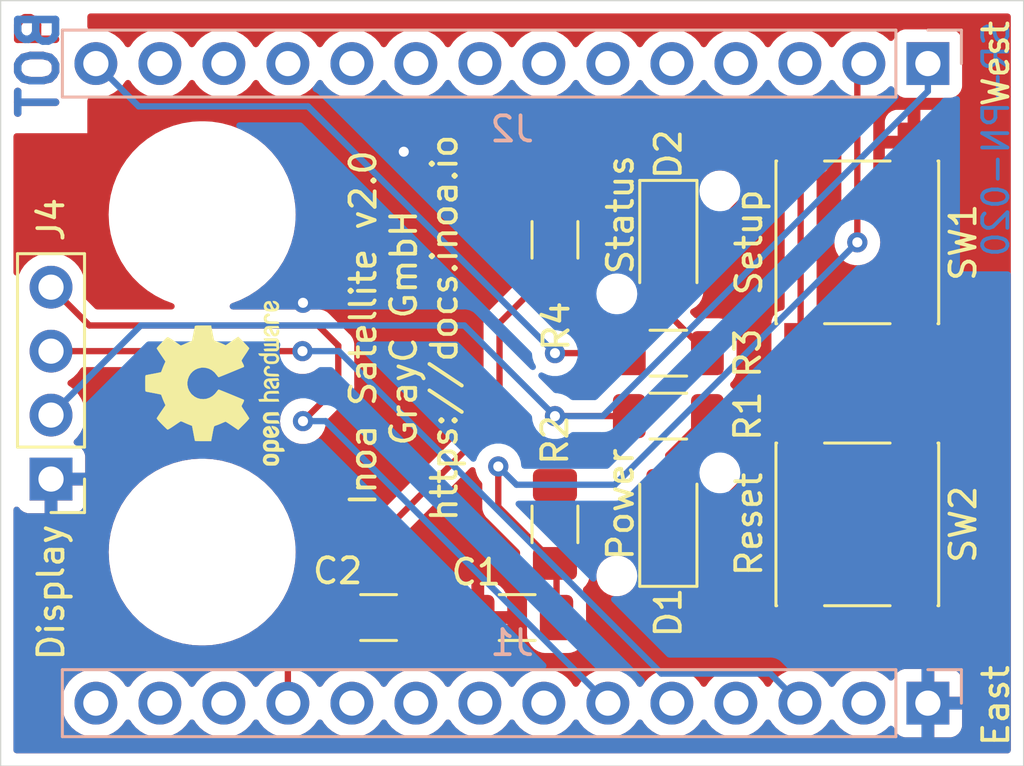
<source format=kicad_pcb>
(kicad_pcb (version 20211014) (generator pcbnew)
  (layers (0 "F.Cu" signal) (31 "B.Cu" signal) (34 "B.Paste" user) (35 "F.Paste" user) (36 "B.SilkS" user "B.Silkscreen") (37 "F.SilkS" user "F.Silkscreen") (38 "B.Mask" user) (39 "F.Mask" user) (44 "Edge.Cuts" user))
  (net 0 "")
  (net 20 "+3V3")
  (net 21 "GND")
  (net 22 "Net-(D1-Pad2)")
  (net 23 "Net-(D2-Pad2)")
  (net 24 "Panel_Setup")
  (net 25 "Panel_Status")
  (net 26 "Panel_Reset")
  (net 29 "I2C_SCL")
  (net 30 "I2C_SDA")
  (net 31 "Net-(R2-Pad2)")
  (net 32 "Net-(R4-Pad2)")
  (footprint "footprints:LED_1206_3216Metric_Pad1.42x1.75mm_HandSolder_With_Cover" (layer "F.Cu") (at 146.5 100.8 90)
    (fp_text reference "D1" (at -3.5 0 90) (layer "F.SilkS"))
    (fp_text value "Power" (at 0.8 -1.9 90) (layer "F.SilkS"))
    (fp_line (start -2.46 -1.135) (end -2.46 1.135) (layer "F.SilkS") (width 0.12))
    (fp_line (start -2.46 1.135) (end 1.6 1.135) (layer "F.SilkS") (width 0.12))
    (fp_line (start 1.6 -1.135) (end -2.46 -1.135) (layer "F.SilkS") (width 0.12))
    (pad "" np_thru_hole circle locked (at 2.045 2.045 90) (size 0.6 0.6) (drill 0.6) (layers *.Cu *.Mask))
    (pad "" np_thru_hole circle locked (at -2.045 -2.045 90) (size 0.6 0.6) (drill 0.6) (layers *.Cu *.Mask))
    (pad "1" smd roundrect locked (at -1.4875 0 90) (size 1.425 1.75) (layers "F.Cu" "F.Paste" "F.Mask") (roundrect_rratio 0.175439) (net 21 "GND"))
    (pad "2" smd roundrect locked (at 1.4875 0 90) (size 1.425 1.75) (layers "F.Cu" "F.Paste" "F.Mask") (roundrect_rratio 0.175439) (net 22 "Net-(D1-Pad2)"))
  )
  (footprint "Resistor_SMD:R_1206_3216Metric_Pad1.30x1.75mm_HandSolder" (layer "F.Cu") (at 146.5 96.5)
    (fp_text reference "R1" (at 3.15 0 90) (layer "F.SilkS"))
    (fp_text value "220R")
    (fp_line (start -0.727064 -0.91) (end 0.727064 -0.91) (layer "F.SilkS") (width 0.12))
    (fp_line (start -0.727064 0.91) (end 0.727064 0.91) (layer "F.SilkS") (width 0.12))
    (pad "1" smd roundrect locked (at -1.55 0) (size 1.3 1.75) (layers "F.Cu" "F.Paste" "F.Mask") (roundrect_rratio 0.192308) (net 20 "+3V3"))
    (pad "2" smd roundrect locked (at 1.55 0) (size 1.3 1.75) (layers "F.Cu" "F.Paste" "F.Mask") (roundrect_rratio 0.192308) (net 22 "Net-(D1-Pad2)"))
  )
  (footprint "Button_Switch_SMD:SW_SPST_PTS645" (layer "F.Cu") (at 154 89.6 -90)
    (fp_text reference "SW1" (at 0 -4.2 90) (layer "F.SilkS"))
    (fp_text value "Setup" (at 0 4.3 90) (layer "F.SilkS"))
    (fp_line (start 3.23 -3.23) (end 3.23 -3.2) (layer "F.SilkS") (width 0.12))
    (fp_line (start -3.23 3.23) (end 3.23 3.23) (layer "F.SilkS") (width 0.12))
    (fp_line (start 3.23 -1.3) (end 3.23 1.3) (layer "F.SilkS") (width 0.12))
    (fp_line (start -3.23 -1.3) (end -3.23 1.3) (layer "F.SilkS") (width 0.12))
    (fp_line (start 3.23 3.23) (end 3.23 3.2) (layer "F.SilkS") (width 0.12))
    (fp_line (start -3.23 3.23) (end -3.23 3.2) (layer "F.SilkS") (width 0.12))
    (fp_line (start -3.23 -3.23) (end 3.23 -3.23) (layer "F.SilkS") (width 0.12))
    (fp_line (start -3.23 -3.2) (end -3.23 -3.23) (layer "F.SilkS") (width 0.12))
    (pad "1" smd rect locked (at -3.98 -2.25 270) (size 1.55 1.3) (layers "F.Cu" "F.Paste" "F.Mask") (net 21 "GND"))
    (pad "1" smd rect locked (at 3.98 -2.25 270) (size 1.55 1.3) (layers "F.Cu" "F.Paste" "F.Mask") (net 21 "GND"))
    (pad "2" smd rect locked (at 3.98 2.25 270) (size 1.55 1.3) (layers "F.Cu" "F.Paste" "F.Mask") (net 32 "Net-(R4-Pad2)"))
    (pad "2" smd rect locked (at -3.98 2.25 270) (size 1.55 1.3) (layers "F.Cu" "F.Paste" "F.Mask") (net 32 "Net-(R4-Pad2)"))
  )
  (footprint "footprints:LED_1206_3216Metric_Pad1.42x1.75mm_HandSolder_With_Cover" (layer "F.Cu") (at 146.5 89.6 -90)
    (fp_text reference "D2" (at -3.5 0 90) (layer "F.SilkS"))
    (fp_text value "Status" (at -1.1 1.9 90) (layer "F.SilkS"))
    (fp_line (start 1.6 -1.135) (end -2.46 -1.135) (layer "F.SilkS") (width 0.12))
    (fp_line (start -2.46 1.135) (end 1.6 1.135) (layer "F.SilkS") (width 0.12))
    (fp_line (start -2.46 -1.135) (end -2.46 1.135) (layer "F.SilkS") (width 0.12))
    (pad "" np_thru_hole circle locked (at 2.045 2.045 270) (size 0.6 0.6) (drill 0.6) (layers *.Cu *.Mask))
    (pad "" np_thru_hole circle locked (at -2.045 -2.045 270) (size 0.6 0.6) (drill 0.6) (layers *.Cu *.Mask))
    (pad "1" smd roundrect locked (at -1.4875 0 270) (size 1.425 1.75) (layers "F.Cu" "F.Paste" "F.Mask") (roundrect_rratio 0.175439) (net 21 "GND"))
    (pad "2" smd roundrect locked (at 1.4875 0 270) (size 1.425 1.75) (layers "F.Cu" "F.Paste" "F.Mask") (roundrect_rratio 0.175439) (net 23 "Net-(D2-Pad2)"))
  )
  (footprint "MountingHole:MountingHole_6.4mm_M6" (layer "F.Cu") (at 128 88.5)
    (fp_text reference "H1" hide)
    (fp_text value "Wifi")
    (pad "" np_thru_hole circle locked (at 0 0) (size 6.4 6.4) (drill 6.4) (layers *.Cu *.Mask))
  )
  (footprint "Resistor_SMD:R_1206_3216Metric_Pad1.30x1.75mm_HandSolder" (layer "F.Cu") (at 146.5 94)
    (fp_text reference "R3" (at 3.15 0 270) (layer "F.SilkS"))
    (fp_text value "220R")
    (fp_line (start -0.727064 -0.91) (end 0.727064 -0.91) (layer "F.SilkS") (width 0.12))
    (fp_line (start -0.727064 0.91) (end 0.727064 0.91) (layer "F.SilkS") (width 0.12))
    (pad "1" smd roundrect locked (at -1.55 0) (size 1.3 1.75) (layers "F.Cu" "F.Paste" "F.Mask") (roundrect_rratio 0.192308) (net 25 "Panel_Status"))
    (pad "2" smd roundrect locked (at 1.55 0) (size 1.3 1.75) (layers "F.Cu" "F.Paste" "F.Mask") (roundrect_rratio 0.192308) (net 23 "Net-(D2-Pad2)"))
  )
  (footprint "Connector_PinHeader_2.54mm:PinHeader_1x04_P2.54mm_Vertical" (layer "F.Cu") (at 122 99 180)
    (fp_text reference "J4" (at 0 10.3 90) (layer "F.SilkS"))
    (fp_text value "Display" (at 0 -4.5 90) (layer "F.SilkS"))
    (fp_line (start -1.33 0) (end -1.33 -1.33) (layer "F.SilkS") (width 0.12))
    (fp_line (start -1.33 1.27) (end 1.33 1.27) (layer "F.SilkS") (width 0.12))
    (fp_line (start -1.33 -1.33) (end 0 -1.33) (layer "F.SilkS") (width 0.12))
    (fp_line (start -1.33 8.95) (end 1.33 8.95) (layer "F.SilkS") (width 0.12))
    (fp_line (start -1.33 1.27) (end -1.33 8.95) (layer "F.SilkS") (width 0.12))
    (fp_line (start 1.33 1.27) (end 1.33 8.95) (layer "F.SilkS") (width 0.12))
    (pad "1" thru_hole rect locked (at 0 0 180) (size 1.7 1.7) (drill 1) (layers *.Cu *.Mask) (net 21 "GND"))
    (pad "2" thru_hole oval locked (at 0 2.54 180) (size 1.7 1.7) (drill 1) (layers *.Cu *.Mask) (net 20 "+3V3"))
    (pad "3" thru_hole oval locked (at 0 5.08 180) (size 1.7 1.7) (drill 1) (layers *.Cu *.Mask) (net 29 "I2C_SCL"))
    (pad "4" thru_hole oval locked (at 0 7.62 180) (size 1.7 1.7) (drill 1) (layers *.Cu *.Mask) (net 30 "I2C_SDA"))
  )
  (footprint "Capacitor_SMD:C_1206_3216Metric_Pad1.33x1.80mm_HandSolder" (layer "F.Cu") (at 140.5 104.5 180)
    (fp_text reference "C1" (at 1.625 1.8) (layer "F.SilkS"))
    (fp_text value "2u2")
    (fp_line (start -0.711252 0.91) (end 0.711252 0.91) (layer "F.SilkS") (width 0.12))
    (fp_line (start -0.711252 -0.91) (end 0.711252 -0.91) (layer "F.SilkS") (width 0.12))
    (pad "1" smd roundrect locked (at -1.5625 0 180) (size 1.325 1.8) (layers "F.Cu" "F.Paste" "F.Mask") (roundrect_rratio 0.188679) (net 26 "Panel_Reset"))
    (pad "2" smd roundrect locked (at 1.5625 0 180) (size 1.325 1.8) (layers "F.Cu" "F.Paste" "F.Mask") (roundrect_rratio 0.188679) (net 21 "GND"))
  )
  (footprint "Capacitor_SMD:C_1206_3216Metric_Pad1.33x1.80mm_HandSolder" (layer "F.Cu") (at 135 104.5)
    (fp_text reference "C2" (at -1.625 -1.85) (layer "F.SilkS"))
    (fp_text value "0u1")
    (fp_line (start -0.711252 -0.91) (end 0.711252 -0.91) (layer "F.SilkS") (width 0.12))
    (fp_line (start -0.711252 0.91) (end 0.711252 0.91) (layer "F.SilkS") (width 0.12))
    (pad "1" smd roundrect locked (at -1.5625 0) (size 1.325 1.8) (layers "F.Cu" "F.Paste" "F.Mask") (roundrect_rratio 0.188679) (net 24 "Panel_Setup"))
    (pad "2" smd roundrect locked (at 1.5625 0) (size 1.325 1.8) (layers "F.Cu" "F.Paste" "F.Mask") (roundrect_rratio 0.188679) (net 21 "GND"))
  )
  (footprint "MountingHole:MountingHole_6.4mm_M6" (layer "F.Cu") (at 128 101.9)
    (fp_text reference "H2" hide)
    (fp_text value "LoRa")
    (pad "" np_thru_hole circle locked (at 0 0) (size 6.4 6.4) (drill 6.4) (layers *.Cu *.Mask))
  )
  (footprint "Symbol:OSHW-Logo2_7.3x6mm_SilkScreen" (layer "F.Cu") (at 128.5 95.2 90)
    (fp_text reference "G2" hide)
    (fp_text value "Logo_Open_Hardware_Small" hide)
    (fp_poly (pts (xy 2.144876 1.956335) (xy 2.186667 1.975344) (xy 2.219469 1.998378) (xy 2.243503 2.024133) (xy 2.260097 2.057358) (xy 2.270577 2.1028) (xy 2.276271 2.165207) (xy 2.278507 2.249327) (xy 2.278743 2.304721) (xy 2.278743 2.520826) (xy 2.241774 2.53767) (xy 2.212656 2.549981) (xy 2.198231 2.554514) (xy 2.195472 2.541025) (xy 2.193282 2.504653) (xy 2.191942 2.451542) (xy 2.191657 2.409372) (xy 2.190434 2.348447) (xy 2.187136 2.300115) (xy 2.182321 2.270518) (xy 2.178496 2.264229) (xy 2.152783 2.270652) (xy 2.112418 2.287125) (xy 2.065679 2.309458) (xy 2.020845 2.333457) (xy 1.986193 2.35493) (xy 1.970002 2.369685) (xy 1.969938 2.369845) (xy 1.97133 2.397152) (xy 1.983818 2.423219) (xy 2.005743 2.444392) (xy 2.037743 2.451474) (xy 2.065092 2.450649) (xy 2.103826 2.450042) (xy 2.124158 2.459116) (xy 2.136369 2.483092) (xy 2.137909 2.487613) (xy 2.143203 2.521806) (xy 2.129047 2.542568) (xy 2.092148 2.552462) (xy 2.052289 2.554292) (xy 1.980562 2.540727) (xy 1.943432 2.521355) (xy 1.897576 2.475845) (xy 1.873256 2.419983) (xy 1.871073 2.360957) (xy 1.891629 2.305953) (xy 1.922549 2.271486) (xy 1.95342 2.252189) (xy 2.001942 2.227759) (xy 2.058485 2.202985) (xy 2.06791 2.199199) (xy 2.130019 2.171791) (xy 2.165822 2.147634) (xy 2.177337 2.123619) (xy 2.16658 2.096635) (xy 2.148114 2.075543) (xy 2.104469 2.049572) (xy 2.056446 2.047624) (xy 2.012406 2.067637) (xy 1.980709 2.107551) (xy 1.976549 2.117848) (xy 1.952327 2.155724) (xy 1.916965 2.183842) (xy 1.872343 2.206917) (xy 1.872343 2.141485) (xy 1.874969 2.101506) (xy 1.88623 2.069997) (xy 1.911199 2.036378) (xy 1.935169 2.010484) (xy 1.972441 1.973817) (xy 2.001401 1.954121) (xy 2.032505 1.94622) (xy 2.067713 1.944914) (xy 2.144876 1.956335)) (layer "F.SilkS") (width 0.01) (fill solid))
    (fp_poly (pts (xy -1.831697 1.931239) (xy -1.774473 1.969735) (xy -1.730251 2.025335) (xy -1.703833 2.096086) (xy -1.69849 2.148162) (xy -1.699097 2.169893) (xy -1.704178 2.186531) (xy -1.718145 2.201437) (xy -1.745411 2.217973) (xy -1.790388 2.239498) (xy -1.857489 2.269374) (xy -1.857829 2.269524) (xy -1.919593 2.297813) (xy -1.970241 2.322933) (xy -2.004596 2.342179) (xy -2.017482 2.352848) (xy -2.017486 2.352934) (xy -2.006128 2.376166) (xy -1.979569 2.401774) (xy -1.949077 2.420221) (xy -1.93363 2.423886) (xy -1.891485 2.411212) (xy -1.855192 2.379471) (xy -1.837483 2.344572) (xy -1.820448 2.318845) (xy -1.787078 2.289546) (xy -1.747851 2.264235) (xy -1.713244 2.250471) (xy -1.706007 2.249714) (xy -1.697861 2.26216) (xy -1.69737 2.293972) (xy -1.703357 2.336866) (xy -1.714643 2.382558) (xy -1.73005 2.422761) (xy -1.730829 2.424322) (xy -1.777196 2.489062) (xy -1.837289 2.533097) (xy -1.905535 2.554711) (xy -1.976362 2.552185) (xy -2.044196 2.523804) (xy -2.047212 2.521808) (xy -2.100573 2.473448) (xy -2.13566 2.410352) (xy -2.155078 2.327387) (xy -2.157684 2.304078) (xy -2.162299 2.194055) (xy -2.156767 2.142748) (xy -2.017486 2.142748) (xy -2.015676 2.174753) (xy -2.005778 2.184093) (xy -1.981102 2.177105) (xy -1.942205 2.160587) (xy -1.898725 2.139881) (xy -1.897644 2.139333) (xy -1.860791 2.119949) (xy -1.846 2.107013) (xy -1.849647 2.093451) (xy -1.865005 2.075632) (xy -1.904077 2.049845) (xy -1.946154 2.04795) (xy -1.983897 2.066717) (xy -2.009966 2.102915) (xy -2.017486 2.142748) (xy -2.156767 2.142748) (xy -2.152806 2.106027) (xy -2.12845 2.036212) (xy -2.094544 1.987302) (xy -2.033347 1.937878) (xy -1.965937 1.913359) (xy -1.89712 1.911797) (xy -1.831697 1.931239)) (layer "F.SilkS") (width 0.01) (fill solid))
    (fp_poly (pts (xy 3.153595 1.966966) (xy 3.211021 2.004497) (xy 3.238719 2.038096) (xy 3.260662 2.099064) (xy 3.262405 2.147308) (xy 3.258457 2.211816) (xy 3.109686 2.276934) (xy 3.037349 2.310202) (xy 2.990084 2.336964) (xy 2.965507 2.360144) (xy 2.961237 2.382667) (xy 2.974889 2.407455) (xy 2.989943 2.423886) (xy 3.033746 2.450235) (xy 3.081389 2.452081) (xy 3.125145 2.431546) (xy 3.157289 2.390752) (xy 3.163038 2.376347) (xy 3.190576 2.331356) (xy 3.222258 2.312182) (xy 3.265714 2.295779) (xy 3.265714 2.357966) (xy 3.261872 2.400283) (xy 3.246823 2.435969) (xy 3.21528 2.476943) (xy 3.210592 2.482267) (xy 3.175506 2.51872) (xy 3.145347 2.538283) (xy 3.107615 2.547283) (xy 3.076335 2.55023) (xy 3.020385 2.550965) (xy 2.980555 2.54166) (xy 2.955708 2.527846) (xy 2.916656 2.497467) (xy 2.889625 2.464613) (xy 2.872517 2.423294) (xy 2.863238 2.367521) (xy 2.859693 2.291305) (xy 2.85941 2.252622) (xy 2.860372 2.206247) (xy 2.948007 2.206247) (xy 2.949023 2.231126) (xy 2.951556 2.2352) (xy 2.968274 2.229665) (xy 3.004249 2.215017) (xy 3.052331 2.19419) (xy 3.062386 2.189714) (xy 3.123152 2.158814) (xy 3.156632 2.131657) (xy 3.16399 2.10622) (xy 3.146391 2.080481) (xy 3.131856 2.069109) (xy 3.07941 2.046364) (xy 3.030322 2.050122) (xy 2.989227 2.077884) (xy 2.960758 2.127152) (xy 2.951631 2.166257) (xy 2.948007 2.206247) (xy 2.860372 2.206247) (xy 2.861285 2.162249) (xy 2.868196 2.095384) (xy 2.881884 2.046695) (xy 2.904096 2.010849) (xy 2.936574 1.982513) (xy 2.950733 1.973355) (xy 3.015053 1.949507) (xy 3.085473 1.948006) (xy 3.153595 1.966966)) (layer "F.SilkS") (width 0.01) (fill solid))
    (fp_poly (pts (xy 0.529926 1.949755) (xy 0.595858 1.974084) (xy 0.649273 2.017117) (xy 0.670164 2.047409) (xy 0.692939 2.102994) (xy 0.692466 2.143186) (xy 0.668562 2.170217) (xy 0.659717 2.174813) (xy 0.62153 2.189144) (xy 0.602028 2.185472) (xy 0.595422 2.161407) (xy 0.595086 2.148114) (xy 0.582992 2.09921) (xy 0.551471 2.064999) (xy 0.507659 2.048476) (xy 0.458695 2.052634) (xy 0.418894 2.074227) (xy 0.40545 2.086544) (xy 0.395921 2.101487) (xy 0.389485 2.124075) (xy 0.385317 2.159328) (xy 0.382597 2.212266) (xy 0.380502 2.287907) (xy 0.37996 2.311857) (xy 0.377981 2.39379) (xy 0.375731 2.451455) (xy 0.372357 2.489608) (xy 0.367006 2.513004) (xy 0.358824 2.526398) (xy 0.346959 2.534545) (xy 0.339362 2.538144) (xy 0.307102 2.550452) (xy 0.288111 2.554514) (xy 0.281836 2.540948) (xy 0.278006 2.499934) (xy 0.2766 2.430999) (xy 0.277598 2.333669) (xy 0.277908 2.318657) (xy 0.280101 2.229859) (xy 0.282693 2.165019) (xy 0.286382 2.119067) (xy 0.291864 2.086935) (xy 0.299835 2.063553) (xy 0.310993 2.043852) (xy 0.31683 2.03541) (xy 0.350296 1.998057) (xy 0.387727 1.969003) (xy 0.392309 1.966467) (xy 0.459426 1.946443) (xy 0.529926 1.949755)) (layer "F.SilkS") (width 0.01) (fill solid))
    (fp_poly (pts (xy 0.10391 -2.757652) (xy 0.182454 -2.757222) (xy 0.239298 -2.756058) (xy 0.278105 -2.753793) (xy 0.302538 -2.75006) (xy 0.316262 -2.744494) (xy 0.32294 -2.736727) (xy 0.326236 -2.726395) (xy 0.326556 -2.725057) (xy 0.331562 -2.700921) (xy 0.340829 -2.653299) (xy 0.353392 -2.587259) (xy 0.368287 -2.507872) (xy 0.384551 -2.420204) (xy 0.385119 -2.417125) (xy 0.40141 -2.331211) (xy 0.416652 -2.255304) (xy 0.429861 -2.193955) (xy 0.440054 -2.151718) (xy 0.446248 -2.133145) (xy 0.446543 -2.132816) (xy 0.464788 -2.123747) (xy 0.502405 -2.108633) (xy 0.551271 -2.090738) (xy 0.551543 -2.090642) (xy 0.613093 -2.067507) (xy 0.685657 -2.038035) (xy 0.754057 -2.008403) (xy 0.757294 -2.006938) (xy 0.868702 -1.956374) (xy 1.115399 -2.12484) (xy 1.191077 -2.176197) (xy 1.259631 -2.222111) (xy 1.317088 -2.25997) (xy 1.359476 -2.287163) (xy 1.382825 -2.301079) (xy 1.385042 -2.302111) (xy 1.40201 -2.297516) (xy 1.433701 -2.275345) (xy 1.481352 -2.234553) (xy 1.546198 -2.174095) (xy 1.612397 -2.109773) (xy 1.676214 -2.046388) (xy 1.733329 -1.988549) (xy 1.780305 -1.939825) (xy 1.813703 -1.90379) (xy 1.830085 -1.884016) (xy 1.830694 -1.882998) (xy 1.832505 -1.869428) (xy 1.825683 -1.847267) (xy 1.80854 -1.813522) (xy 1.779393 -1.7652) (xy 1.736555 -1.699308) (xy 1.679448 -1.614483) (xy 1.628766 -1.539823) (xy 1.583461 -1.47286) (xy 1.54615 -1.417484) (xy 1.519452 -1.37758) (xy 1.505985 -1.357038) (xy 1.505137 -1.355644) (xy 1.506781 -1.335962) (xy 1.519245 -1.297707) (xy 1.540048 -1.248111) (xy 1.547462 -1.232272) (xy 1.579814 -1.16171) (xy 1.614328 -1.081647) (xy 1.642365 -1.012371) (xy 1.662568 -0.960955) (xy 1.678615 -0.921881) (xy 1.687888 -0.901459) (xy 1.689041 -0.899886) (xy 1.706096 -0.897279) (xy 1.746298 -0.890137) (xy 1.804302 -0.879477) (xy 1.874763 -0.866315) (xy 1.952335 -0.851667) (xy 2.031672 -0.836551) (xy 2.107431 -0.821982) (xy 2.174264 -0.808978) (xy 2.226828 -0.798555) (xy 2.259776 -0.79173) (xy 2.267857 -0.789801) (xy 2.276205 -0.785038) (xy 2.282506 -0.774282) (xy 2.287045 -0.753902) (xy 2.290104 -0.720266) (xy 2.291967 -0.669745) (xy 2.292918 -0.598708) (xy 2.29324 -0.503524) (xy 2.293257 -0.464508) (xy 2.293257 -0.147201) (xy 2.217057 -0.132161) (xy 2.174663 -0.124005) (xy 2.1114 -0.112101) (xy 2.034962 -0.097884) (xy 1.953043 -0.08279) (xy 1.9304 -0.078645) (xy 1.854806 -0.063947) (xy 1.788953 -0.049495) (xy 1.738366 -0.036625) (xy 1.708574 -0.026678) (xy 1.703612 -0.023713) (xy 1.691426 -0.002717) (xy 1.673953 0.037967) (xy 1.654577 0.090322) (xy 1.650734 0.1016) (xy 1.625339 0.171523) (xy 1.593817 0.250418) (xy 1.562969 0.321266) (xy 1.562817 0.321595) (xy 1.511447 0.432733) (xy 1.680399 0.681253) (xy 1.849352 0.929772) (xy 1.632429 1.147058) (xy 1.566819 1.211726) (xy 1.506979 1.268733) (xy 1.456267 1.315033) (xy 1.418046 1.347584) (xy 1.395675 1.363343) (xy 1.392466 1.364343) (xy 1.373626 1.356469) (xy 1.33518 1.334578) (xy 1.28133 1.301267) (xy 1.216276 1.259131) (xy 1.14594 1.211943) (xy 1.074555 1.16381) (xy 1.010908 1.121928) (xy 0.959041 1.088871) (xy 0.922995 1.067218) (xy 0.906867 1.059543) (xy 0.887189 1.066037) (xy 0.849875 1.08315) (xy 0.802621 1.107326) (xy 0.797612 1.110013) (xy 0.733977 1.141927) (xy 0.690341 1.157579) (xy 0.663202 1.157745) (xy 0.649057 1.143204) (xy 0.648975 1.143) (xy 0.641905 1.125779) (xy 0.625042 1.084899) (xy 0.599695 1.023525) (xy 0.567171 0.944819) (xy 0.528778 0.851947) (xy 0.485822 0.748072) (xy 0.444222 0.647502) (xy 0.398504 0.536516) (xy 0.356526 0.433703) (xy 0.319548 0.342215) (xy 0.288827 0.265201) (xy 0.265622 0.205815) (xy 0.25119 0.167209) (xy 0.246743 0.1528) (xy 0.257896 0.136272) (xy 0.287069 0.10993) (xy 0.325971 0.080887) (xy 0.436757 -0.010961) (xy 0.523351 -0.116241) (xy 0.584716 -0.232734) (xy 0.619815 -0.358224) (xy 0.627608 -0.490493) (xy 0.621943 -0.551543) (xy 0.591078 -0.678205) (xy 0.53792 -0.790059) (xy 0.465767 -0.885999) (xy 0.377917 -0.964924) (xy 0.277665 -1.02573) (xy 0.16831 -1.067313) (xy 0.053147 -1.088572) (xy -0.064525 -1.088401) (xy -0.18141 -1.065699) (xy -0.294211 -1.019362) (xy -0.399631 -0.948287) (xy -0.443632 -0.908089) (xy -0.528021 -0.804871) (xy -0.586778 -0.692075) (xy -0.620296 -0.57299) (xy -0.628965 -0.450905) (xy -0.613177 -0.329107) (xy -0.573322 -0.210884) (xy -0.509793 -0.099525) (xy -0.422979 0.001684) (xy -0.325971 0.080887) (xy -0.285563 0.111162) (xy -0.257018 0.137219) (xy -0.246743 0.152825) (xy -0.252123 0.169843) (xy -0.267425 0.2105) (xy -0.291388 0.271642) (xy -0.322756 0.350119) (xy -0.360268 0.44278) (xy -0.402667 0.546472) (xy -0.444337 0.647526) (xy -0.49031 0.758607) (xy -0.532893 0.861541) (xy -0.570779 0.953165) (xy -0.60266 1.030316) (xy -0.627229 1.089831) (xy -0.64318 1.128544) (xy -0.64909 1.143) (xy -0.663052 1.157685) (xy -0.69006 1.157642) (xy -0.733587 1.142099) (xy -0.79711 1.110284) (xy -0.797612 1.110013) (xy -0.84544 1.085323) (xy -0.884103 1.067338) (xy -0.905905 1.059614) (xy -0.906867 1.059543) (xy -0.923279 1.067378) (xy -0.959513 1.089165) (xy -1.011526 1.122328) (xy -1.075275 1.164291) (xy -1.14594 1.211943) (xy -1.217884 1.260191) (xy -1.282726 1.302151) (xy -1.336265 1.335227) (xy -1.374303 1.356821) (xy -1.392467 1.364343) (xy -1.409192 1.354457) (xy -1.44282 1.326826) (xy -1.48999 1.284495) (xy -1.547342 1.230505) (xy -1.611516 1.167899) (xy -1.632503 1.146983) (xy -1.849501 0.929623) (xy -1.684332 0.68722) (xy -1.634136 0.612781) (xy -1.590081 0.545972) (xy -1.554638 0.490665) (xy -1.530281 0.450729) (xy -1.519478 0.430036) (xy -1.519162 0.428563) (xy -1.524857 0.409058) (xy -1.540174 0.369822) (xy -1.562463 0.31743) (xy -1.578107 0.282355) (xy -1.607359 0.215201) (xy -1.634906 0.147358) (xy -1.656263 0.090034) (xy -1.662065 0.072572) (xy -1.678548 0.025938) (xy -1.69466 -0.010095) (xy -1.70351 -0.023713) (xy -1.72304 -0.032048) (xy -1.765666 -0.043863) (xy -1.825855 -0.057819) (xy -1.898078 -0.072578) (xy -1.9304 -0.078645) (xy -2.012478 -0.093727) (xy -2.091205 -0.108331) (xy -2.158891 -0.12102) (xy -2.20784 -0.130358) (xy -2.217057 -0.132161) (xy -2.293257 -0.147201) (xy -2.293257 -0.464508) (xy -2.293086 -0.568846) (xy -2.292384 -0.647787) (xy -2.290866 -0.704962) (xy -2.288251 -0.744001) (xy -2.284254 -0.768535) (xy -2.278591 -0.782195) (xy -2.27098 -0.788611) (xy -2.267857 -0.789801) (xy -2.249022 -0.79402) (xy -2.207412 -0.802438) (xy -2.14837 -0.814039) (xy -2.077243 -0.827805) (xy -1.999375 -0.84272) (xy -1.920113 -0.857768) (xy -1.844802 -0.871931) (xy -1.778787 -0.884194) (xy -1.727413 -0.893539) (xy -1.696025 -0.89895) (xy -1.689041 -0.899886) (xy -1.682715 -0.912404) (xy -1.66871 -0.945754) (xy -1.649645 -0.993623) (xy -1.642366 -1.012371) (xy -1.613004 -1.084805) (xy -1.578429 -1.16483) (xy -1.547463 -1.232272) (xy -1.524677 -1.283841) (xy -1.509518 -1.326215) (xy -1.504458 -1.352166) (xy -1.505264 -1.355644) (xy -1.515959 -1.372064) (xy -1.54038 -1.408583) (xy -1.575905 -1.461313) (xy -1.619913 -1.526365) (xy -1.669783 -1.599849) (xy -1.679644 -1.614355) (xy -1.737508 -1.700296) (xy -1.780044 -1.765739) (xy -1.808946 -1.813696) (xy -1.82591 -1.84718) (xy -1.832633 -1.869205) (xy -1.83081 -1.882783) (xy -1.830764 -1.882869) (xy -1.816414 -1.900703) (xy -1.784677 -1.935183) (xy -1.73899 -1.982732) (xy -1.682796 -2.039778) (xy -1.619532 -2.102745) (xy -1.612398 -2.109773) (xy -1.53267 -2.18698) (xy -1.471143 -2.24367) (xy -1.426579 -2.28089) (xy -1.397743 -2.299685) (xy -1.385042 -2.302111) (xy -1.366506 -2.291529) (xy -1.328039 -2.267084) (xy -1.273614 -2.231388) (xy -1.207202 -2.187053) (xy -1.132775 -2.136689) (xy -1.115399 -2.12484) (xy -0.868703 -1.956374) (xy -0.757294 -2.006938) (xy -0.689543 -2.036405) (xy -0.616817 -2.066041) (xy -0.554297 -2.08967) (xy -0.551543 -2.090642) (xy -0.50264 -2.108543) (xy -0.464943 -2.12368) (xy -0.446575 -2.13279) (xy -0.446544 -2.132816) (xy -0.440715 -2.149283) (xy -0.430808 -2.189781) (xy -0.417805 -2.249758) (xy -0.402691 -2.32466) (xy -0.386448 -2.409936) (xy -0.385119 -2.417125) (xy -0.368825 -2.504986) (xy -0.353867 -2.58474) (xy -0.341209 -2.651319) (xy -0.331814 -2.699653) (xy -0.326646 -2.724675) (xy -0.326556 -2.725057) (xy -0.323411 -2.735701) (xy -0.317296 -2.743738) (xy -0.304547 -2.749533) (xy -0.2815 -2.753453) (xy -0.244491 -2.755865) (xy -0.189856 -2.757135) (xy -0.113933 -2.757629) (xy -0.013056 -2.757714) (xy 0 -2.757714) (xy 0.10391 -2.757652)) (layer "F.SilkS") (width 0.01) (fill solid))
    (fp_poly (pts (xy -1.283907 1.92778) (xy -1.237328 1.954723) (xy -1.204943 1.981466) (xy -1.181258 2.009484) (xy -1.164941 2.043748) (xy -1.154661 2.089227) (xy -1.149086 2.150892) (xy -1.146884 2.233711) (xy -1.146629 2.293246) (xy -1.146629 2.512391) (xy -1.208314 2.540044) (xy -1.27 2.567697) (xy -1.277257 2.32767) (xy -1.280256 2.238028) (xy -1.283402 2.172962) (xy -1.287299 2.128026) (xy -1.292553 2.09877) (xy -1.299769 2.080748) (xy -1.30955 2.069511) (xy -1.312688 2.067079) (xy -1.360239 2.048083) (xy -1.408303 2.0556) (xy -1.436914 2.075543) (xy -1.448553 2.089675) (xy -1.456609 2.10822) (xy -1.461729 2.136334) (xy -1.464559 2.179173) (xy -1.465744 2.241895) (xy -1.465943 2.307261) (xy -1.465982 2.389268) (xy -1.467386 2.447316) (xy -1.472086 2.486465) (xy -1.482013 2.51178) (xy -1.499097 2.528323) (xy -1.525268 2.541156) (xy -1.560225 2.554491) (xy -1.598404 2.569007) (xy -1.593859 2.311389) (xy -1.592029 2.218519) (xy -1.589888 2.149889) (xy -1.586819 2.100711) (xy -1.582206 2.066198) (xy -1.575432 2.041562) (xy -1.565881 2.022016) (xy -1.554366 2.00477) (xy -1.49881 1.94968) (xy -1.43102 1.917822) (xy -1.357287 1.910191) (xy -1.283907 1.92778)) (layer "F.SilkS") (width 0.01) (fill solid))
    (fp_poly (pts (xy -2.958885 1.921962) (xy -2.890855 1.957733) (xy -2.840649 2.015301) (xy -2.822815 2.052312) (xy -2.808937 2.107882) (xy -2.801833 2.178096) (xy -2.80116 2.254727) (xy -2.806573 2.329552) (xy -2.81773 2.394342) (xy -2.834286 2.440873) (xy -2.839374 2.448887) (xy -2.899645 2.508707) (xy -2.971231 2.544535) (xy -3.048908 2.55502) (xy -3.127452 2.53881) (xy -3.149311 2.529092) (xy -3.191878 2.499143) (xy -3.229237 2.459433) (xy -3.232768 2.454397) (xy -3.247119 2.430124) (xy -3.256606 2.404178) (xy -3.26221 2.370022) (xy -3.264914 2.321119) (xy -3.265701 2.250935) (xy -3.265714 2.2352) (xy -3.265678 2.230192) (xy -3.120571 2.230192) (xy -3.119727 2.29643) (xy -3.116404 2.340386) (xy -3.109417 2.368779) (xy -3.097584 2.388325) (xy -3.091543 2.394857) (xy -3.056814 2.41968) (xy -3.023097 2.418548) (xy -2.989005 2.397016) (xy -2.968671 2.374029) (xy -2.956629 2.340478) (xy -2.949866 2.287569) (xy -2.949402 2.281399) (xy -2.948248 2.185513) (xy -2.960312 2.114299) (xy -2.98543 2.068194) (xy -3.02344 2.047635) (xy -3.037008 2.046514) (xy -3.072636 2.052152) (xy -3.097006 2.071686) (xy -3.111907 2.109042) (xy -3.119125 2.16815) (xy -3.120571 2.230192) (xy -3.265678 2.230192) (xy -3.265174 2.160413) (xy -3.262904 2.108159) (xy -3.257932 2.071949) (xy -3.249287 2.045299) (xy -3.235995 2.021722) (xy -3.233057 2.017338) (xy -3.183687 1.958249) (xy -3.129891 1.923947) (xy -3.064398 1.910331) (xy -3.042158 1.909665) (xy -2.958885 1.921962)) (layer "F.SilkS") (width 0.01) (fill solid))
    (fp_poly (pts (xy -0.624114 1.851289) (xy -0.619861 1.910613) (xy -0.614975 1.945572) (xy -0.608205 1.96082) (xy -0.598298 1.961015) (xy -0.595086 1.959195) (xy -0.552356 1.946015) (xy -0.496773 1.946785) (xy -0.440263 1.960333) (xy -0.404918 1.977861) (xy -0.368679 2.005861) (xy -0.342187 2.037549) (xy -0.324001 2.077813) (xy -0.312678 2.131543) (xy -0.306778 2.203626) (xy -0.304857 2.298951) (xy -0.304823 2.317237) (xy -0.3048 2.522646) (xy -0.350509 2.53858) (xy -0.382973 2.54942) (xy -0.400785 2.554468) (xy -0.401309 2.554514) (xy -0.403063 2.540828) (xy -0.404556 2.503076) (xy -0.405674 2.446224) (xy -0.406303 2.375234) (xy -0.4064 2.332073) (xy -0.406602 2.246973) (xy -0.407642 2.185981) (xy -0.410169 2.144177) (xy -0.414836 2.116642) (xy -0.422293 2.098456) (xy -0.433189 2.084698) (xy -0.439993 2.078073) (xy -0.486728 2.051375) (xy -0.537728 2.049375) (xy -0.583999 2.071955) (xy -0.592556 2.080107) (xy -0.605107 2.095436) (xy -0.613812 2.113618) (xy -0.619369 2.139909) (xy -0.622474 2.179562) (xy -0.623824 2.237832) (xy -0.624114 2.318173) (xy -0.624114 2.522646) (xy -0.669823 2.53858) (xy -0.702287 2.54942) (xy -0.720099 2.554468) (xy -0.720623 2.554514) (xy -0.721963 2.540623) (xy -0.723172 2.501439) (xy -0.724199 2.4407) (xy -0.724998 2.362141) (xy -0.725519 2.269498) (xy -0.725714 2.166509) (xy -0.725714 1.769342) (xy -0.678543 1.749444) (xy -0.631371 1.729547) (xy -0.624114 1.851289)) (layer "F.SilkS") (width 0.01) (fill solid))
    (fp_poly (pts (xy -2.400256 1.919918) (xy -2.344799 1.947568) (xy -2.295852 1.99848) (xy -2.282371 2.017338) (xy -2.267686 2.042015) (xy -2.258158 2.068816) (xy -2.252707 2.104587) (xy -2.250253 2.156169) (xy -2.249714 2.224267) (xy -2.252148 2.317588) (xy -2.260606 2.387657) (xy -2.276826 2.439931) (xy -2.302546 2.479869) (xy -2.339503 2.512929) (xy -2.342218 2.514886) (xy -2.37864 2.534908) (xy -2.422498 2.544815) (xy -2.478276 2.547257) (xy -2.568952 2.547257) (xy -2.56899 2.635283) (xy -2.569834 2.684308) (xy -2.574976 2.713065) (xy -2.588413 2.730311) (xy -2.614142 2.744808) (xy -2.620321 2.747769) (xy -2.649236 2.761648) (xy -2.671624 2.770414) (xy -2.688271 2.771171) (xy -2.699964 2.761023) (xy -2.70749 2.737073) (xy -2.711634 2.696426) (xy -2.713185 2.636186) (xy -2.712929 2.553455) (xy -2.711651 2.445339) (xy -2.711252 2.413) (xy -2.709815 2.301524) (xy -2.708528 2.228603) (xy -2.569029 2.228603) (xy -2.568245 2.290499) (xy -2.56476 2.330997) (xy -2.556876 2.357708) (xy -2.542895 2.378244) (xy -2.533403 2.38826) (xy -2.494596 2.417567) (xy -2.460237 2.419952) (xy -2.424784 2.39575) (xy -2.423886 2.394857) (xy -2.409461 2.376153) (xy -2.400687 2.350732) (xy -2.396261 2.311584) (xy -2.394882 2.251697) (xy -2.394857 2.23843) (xy -2.398188 2.155901) (xy -2.409031 2.098691) (xy -2.42866 2.063766) (xy -2.45835 2.048094) (xy -2.475509 2.046514) (xy -2.516234 2.053926) (xy -2.544168 2.07833) (xy -2.560983 2.12298) (xy -2.56835 2.19113) (xy -2.569029 2.228603) (xy -2.708528 2.228603) (xy -2.708292 2.215245) (xy -2.706323 2.150333) (xy -2.70355 2.102958) (xy -2.699612 2.06929) (xy -2.694151 2.045498) (xy -2.686808 2.027753) (xy -2.677223 2.012224) (xy -2.673113 2.006381) (xy -2.618595 1.951185) (xy -2.549664 1.91989) (xy -2.469928 1.911165) (xy -2.400256 1.919918)) (layer "F.SilkS") (width 0.01) (fill solid))
    (fp_poly (pts (xy 0.039744 1.950968) (xy 0.096616 1.972087) (xy 0.097267 1.972493) (xy 0.13244 1.99838) (xy 0.158407 2.028633) (xy 0.17667 2.068058) (xy 0.188732 2.121462) (xy 0.196096 2.193651) (xy 0.200264 2.289432) (xy 0.200629 2.303078) (xy 0.205876 2.508842) (xy 0.161716 2.531678) (xy 0.129763 2.54711) (xy 0.11047 2.554423) (xy 0.109578 2.554514) (xy 0.106239 2.541022) (xy 0.103587 2.504626) (xy 0.101956 2.451452) (xy 0.1016 2.408393) (xy 0.101592 2.338641) (xy 0.098403 2.294837) (xy 0.087288 2.273944) (xy 0.063501 2.272925) (xy 0.022296 2.288741) (xy -0.039914 2.317815) (xy -0.085659 2.341963) (xy -0.109187 2.362913) (xy -0.116104 2.385747) (xy -0.116114 2.386877) (xy -0.104701 2.426212) (xy -0.070908 2.447462) (xy -0.019191 2.450539) (xy 0.018061 2.450006) (xy 0.037703 2.460735) (xy 0.049952 2.486505) (xy 0.057002 2.519337) (xy 0.046842 2.537966) (xy 0.043017 2.540632) (xy 0.007001 2.55134) (xy -0.043434 2.552856) (xy -0.095374 2.545759) (xy -0.132178 2.532788) (xy -0.183062 2.489585) (xy -0.211986 2.429446) (xy -0.217714 2.382462) (xy -0.213343 2.340082) (xy -0.197525 2.305488) (xy -0.166203 2.274763) (xy -0.115322 2.24399) (xy -0.040824 2.209252) (xy -0.036286 2.207288) (xy 0.030821 2.176287) (xy 0.072232 2.150862) (xy 0.089981 2.128014) (xy 0.086107 2.104745) (xy 0.062643 2.078056) (xy 0.055627 2.071914) (xy 0.00863 2.0481) (xy -0.040067 2.049103) (xy -0.082478 2.072451) (xy -0.110616 2.115675) (xy -0.113231 2.12416) (xy -0.138692 2.165308) (xy -0.170999 2.185128) (xy -0.217714 2.20477) (xy -0.217714 2.15395) (xy -0.203504 2.080082) (xy -0.161325 2.012327) (xy -0.139376 1.989661) (xy -0.089483 1.960569) (xy -0.026033 1.9474) (xy 0.039744 1.950968)) (layer "F.SilkS") (width 0.01) (fill solid))
    (fp_poly (pts (xy 2.6526 1.958752) (xy 2.669948 1.966334) (xy 2.711356 1.999128) (xy 2.746765 2.046547) (xy 2.768664 2.097151) (xy 2.772229 2.122098) (xy 2.760279 2.156927) (xy 2.734067 2.175357) (xy 2.705964 2.186516) (xy 2.693095 2.188572) (xy 2.686829 2.173649) (xy 2.674456 2.141175) (xy 2.669028 2.126502) (xy 2.63859 2.075744) (xy 2.59452 2.050427) (xy 2.53801 2.051206) (xy 2.533825 2.052203) (xy 2.503655 2.066507) (xy 2.481476 2.094393) (xy 2.466327 2.139287) (xy 2.45725 2.204615) (xy 2.453286 2.293804) (xy 2.452914 2.341261) (xy 2.45273 2.416071) (xy 2.451522 2.467069) (xy 2.448309 2.499471) (xy 2.442109 2.518495) (xy 2.43194 2.529356) (xy 2.416819 2.537272) (xy 2.415946 2.53767) (xy 2.386828 2.549981) (xy 2.372403 2.554514) (xy 2.370186 2.540809) (xy 2.368289 2.502925) (xy 2.366847 2.445715) (xy 2.365998 2.374027) (xy 2.365829 2.321565) (xy 2.366692 2.220047) (xy 2.37007 2.143032) (xy 2.377142 2.086023) (xy 2.389088 2.044526) (xy 2.40709 2.014043) (xy 2.432327 1.99008) (xy 2.457247 1.973355) (xy 2.517171 1.951097) (xy 2.586911 1.946076) (xy 2.6526 1.958752)) (layer "F.SilkS") (width 0.01) (fill solid))
    (fp_poly (pts (xy 1.779833 1.958663) (xy 1.782048 1.99685) (xy 1.783784 2.054886) (xy 1.784899 2.12818) (xy 1.785257 2.205055) (xy 1.785257 2.465196) (xy 1.739326 2.511127) (xy 1.707675 2.539429) (xy 1.67989 2.550893) (xy 1.641915 2.550168) (xy 1.62684 2.548321) (xy 1.579726 2.542948) (xy 1.540756 2.539869) (xy 1.531257 2.539585) (xy 1.499233 2.541445) (xy 1.453432 2.546114) (xy 1.435674 2.548321) (xy 1.392057 2.551735) (xy 1.362745 2.54432) (xy 1.33368 2.521427) (xy 1.323188 2.511127) (xy 1.277257 2.465196) (xy 1.277257 1.978602) (xy 1.314226 1.961758) (xy 1.346059 1.949282) (xy 1.364683 1.944914) (xy 1.369458 1.958718) (xy 1.373921 1.997286) (xy 1.377775 2.056356) (xy 1.380722 2.131663) (xy 1.382143 2.195286) (xy 1.386114 2.445657) (xy 1.420759 2.450556) (xy 1.452268 2.447131) (xy 1.467708 2.436041) (xy 1.472023 2.415308) (xy 1.475708 2.371145) (xy 1.478469 2.309146) (xy 1.480012 2.234909) (xy 1.480235 2.196706) (xy 1.480457 1.976783) (xy 1.526166 1.960849) (xy 1.558518 1.950015) (xy 1.576115 1.944962) (xy 1.576623 1.944914) (xy 1.578388 1.958648) (xy 1.580329 1.99673) (xy 1.582282 2.054482) (xy 1.584084 2.127227) (xy 1.585343 2.195286) (xy 1.589314 2.445657) (xy 1.6764 2.445657) (xy 1.680396 2.21724) (xy 1.684392 1.988822) (xy 1.726847 1.966868) (xy 1.758192 1.951793) (xy 1.776744 1.944951) (xy 1.777279 1.944914) (xy 1.779833 1.958663)) (layer "F.SilkS") (width 0.01) (fill solid))
    (fp_poly (pts (xy 1.190117 2.065358) (xy 1.189933 2.173837) (xy 1.189219 2.257287) (xy 1.187675 2.319704) (xy 1.185001 2.365085) (xy 1.180894 2.397429) (xy 1.175055 2.420733) (xy 1.167182 2.438995) (xy 1.161221 2.449418) (xy 1.111855 2.505945) (xy 1.049264 2.541377) (xy 0.980013 2.55409) (xy 0.910668 2.542463) (xy 0.869375 2.521568) (xy 0.826025 2.485422) (xy 0.796481 2.441276) (xy 0.778655 2.383462) (xy 0.770463 2.306313) (xy 0.769302 2.249714) (xy 0.769458 2.245647) (xy 0.870857 2.245647) (xy 0.871476 2.31055) (xy 0.874314 2.353514) (xy 0.88084 2.381622) (xy 0.892523 2.401953) (xy 0.906483 2.417288) (xy 0.953365 2.44689) (xy 1.003701 2.449419) (xy 1.051276 2.424705) (xy 1.054979 2.421356) (xy 1.070783 2.403935) (xy 1.080693 2.383209) (xy 1.086058 2.352362) (xy 1.088228 2.304577) (xy 1.088571 2.251748) (xy 1.087827 2.185381) (xy 1.084748 2.141106) (xy 1.078061 2.112009) (xy 1.066496 2.091173) (xy 1.057013 2.080107) (xy 1.01296 2.052198) (xy 0.962224 2.048843) (xy 0.913796 2.070159) (xy 0.90445 2.078073) (xy 0.88854 2.095647) (xy 0.87861 2.116587) (xy 0.873278 2.147782) (xy 0.871163 2.196122) (xy 0.870857 2.245647) (xy 0.769458 2.245647) (xy 0.77281 2.158568) (xy 0.784726 2.090086) (xy 0.807135 2.0386) (xy 0.842124 1.998443) (xy 0.869375 1.977861) (xy 0.918907 1.955625) (xy 0.976316 1.945304) (xy 1.029682 1.948067) (xy 1.059543 1.959212) (xy 1.071261 1.962383) (xy 1.079037 1.950557) (xy 1.084465 1.918866) (xy 1.088571 1.870593) (xy 1.093067 1.816829) (xy 1.099313 1.784482) (xy 1.110676 1.765985) (xy 1.130528 1.75377) (xy 1.143 1.748362) (xy 1.190171 1.728601) (xy 1.190117 2.065358)) (layer "F.SilkS") (width 0.01) (fill solid))
  )
  (footprint "Button_Switch_SMD:SW_SPST_PTS645" (layer "F.Cu") (at 154 100.8 -90)
    (fp_text reference "SW2" (at 0 -4.2 90) (layer "F.SilkS"))
    (fp_text value "Reset" (at 0 4.3 90) (layer "F.SilkS"))
    (fp_line (start -3.23 -1.3) (end -3.23 1.3) (layer "F.SilkS") (width 0.12))
    (fp_line (start -3.23 3.23) (end 3.23 3.23) (layer "F.SilkS") (width 0.12))
    (fp_line (start 3.23 3.23) (end 3.23 3.2) (layer "F.SilkS") (width 0.12))
    (fp_line (start 3.23 -1.3) (end 3.23 1.3) (layer "F.SilkS") (width 0.12))
    (fp_line (start 3.23 -3.23) (end 3.23 -3.2) (layer "F.SilkS") (width 0.12))
    (fp_line (start -3.23 3.23) (end -3.23 3.2) (layer "F.SilkS") (width 0.12))
    (fp_line (start -3.23 -3.23) (end 3.23 -3.23) (layer "F.SilkS") (width 0.12))
    (fp_line (start -3.23 -3.2) (end -3.23 -3.23) (layer "F.SilkS") (width 0.12))
    (pad "1" smd rect locked (at -3.98 -2.25 270) (size 1.55 1.3) (layers "F.Cu" "F.Paste" "F.Mask") (net 21 "GND"))
    (pad "1" smd rect locked (at 3.98 -2.25 270) (size 1.55 1.3) (layers "F.Cu" "F.Paste" "F.Mask") (net 21 "GND"))
    (pad "2" smd rect locked (at -3.98 2.25 270) (size 1.55 1.3) (layers "F.Cu" "F.Paste" "F.Mask") (net 31 "Net-(R2-Pad2)"))
    (pad "2" smd rect locked (at 3.98 2.25 270) (size 1.55 1.3) (layers "F.Cu" "F.Paste" "F.Mask") (net 31 "Net-(R2-Pad2)"))
  )
  (footprint "Resistor_SMD:R_1206_3216Metric_Pad1.30x1.75mm_HandSolder" (layer "F.Cu") (at 142 100.8 90)
    (fp_text reference "R2" (at 3.35 0 90) (layer "F.SilkS"))
    (fp_text value "1k")
    (fp_line (start -0.727064 -0.91) (end 0.727064 -0.91) (layer "F.SilkS") (width 0.12))
    (fp_line (start -0.727064 0.91) (end 0.727064 0.91) (layer "F.SilkS") (width 0.12))
    (pad "1" smd roundrect locked (at -1.55 0 90) (size 1.3 1.75) (layers "F.Cu" "F.Paste" "F.Mask") (roundrect_rratio 0.192308) (net 26 "Panel_Reset"))
    (pad "2" smd roundrect locked (at 1.55 0 90) (size 1.3 1.75) (layers "F.Cu" "F.Paste" "F.Mask") (roundrect_rratio 0.192308) (net 31 "Net-(R2-Pad2)"))
  )
  (footprint "Resistor_SMD:R_1206_3216Metric_Pad1.30x1.75mm_HandSolder" (layer "F.Cu") (at 142 89.5 90)
    (fp_text reference "R4" (at -3.425 0.05 90) (layer "F.SilkS"))
    (fp_text value "1k")
    (fp_line (start -0.727064 0.91) (end 0.727064 0.91) (layer "F.SilkS") (width 0.12))
    (fp_line (start -0.727064 -0.91) (end 0.727064 -0.91) (layer "F.SilkS") (width 0.12))
    (pad "1" smd roundrect locked (at -1.55 0 90) (size 1.3 1.75) (layers "F.Cu" "F.Paste" "F.Mask") (roundrect_rratio 0.192308) (net 24 "Panel_Setup"))
    (pad "2" smd roundrect locked (at 1.55 0 90) (size 1.3 1.75) (layers "F.Cu" "F.Paste" "F.Mask") (roundrect_rratio 0.192308) (net 32 "Net-(R4-Pad2)"))
  )
  (footprint "Connector_PinSocket_2.54mm:PinSocket_1x14_P2.54mm_Vertical" (layer "B.Cu") (at 156.8 107.9 90)
    (fp_text reference "J1" (at 2.4 -16.5) (layer "B.SilkS") (effects (justify mirror)))
    (fp_text value "East" hide)
    (fp_line (start 0 1.33) (end 1.33 1.33) (layer "B.SilkS") (width 0.12))
    (fp_line (start 1.33 -1.27) (end 1.33 -34.35) (layer "B.SilkS") (width 0.12))
    (fp_line (start -1.33 -1.27) (end 1.33 -1.27) (layer "B.SilkS") (width 0.12))
    (fp_line (start -1.33 -1.27) (end -1.33 -34.35) (layer "B.SilkS") (width 0.12))
    (fp_line (start -1.33 -34.35) (end 1.33 -34.35) (layer "B.SilkS") (width 0.12))
    (fp_line (start 1.33 1.33) (end 1.33 0) (layer "B.SilkS") (width 0.12))
    (pad "1" thru_hole rect locked (at 0 0 90) (size 1.7 1.7) (drill 1) (layers *.Cu *.Mask) (net 21 "GND"))
    (pad "2" thru_hole oval locked (at 0 -2.54 90) (size 1.7 1.7) (drill 1) (layers *.Cu *.Mask))
    (pad "3" thru_hole oval locked (at 0 -5.08 90) (size 1.7 1.7) (drill 1) (layers *.Cu *.Mask) (net 29 "I2C_SCL"))
    (pad "4" thru_hole oval locked (at 0 -7.62 90) (size 1.7 1.7) (drill 1) (layers *.Cu *.Mask))
    (pad "5" thru_hole oval locked (at 0 -10.16 90) (size 1.7 1.7) (drill 1) (layers *.Cu *.Mask))
    (pad "6" thru_hole oval locked (at 0 -12.7 90) (size 1.7 1.7) (drill 1) (layers *.Cu *.Mask) (net 30 "I2C_SDA"))
    (pad "7" thru_hole oval locked (at 0 -15.24 90) (size 1.7 1.7) (drill 1) (layers *.Cu *.Mask))
    (pad "8" thru_hole oval locked (at 0 -17.78 90) (size 1.7 1.7) (drill 1) (layers *.Cu *.Mask))
    (pad "9" thru_hole oval locked (at 0 -20.32 90) (size 1.7 1.7) (drill 1) (layers *.Cu *.Mask))
    (pad "10" thru_hole oval locked (at 0 -22.86 90) (size 1.7 1.7) (drill 1) (layers *.Cu *.Mask))
    (pad "11" thru_hole oval locked (at 0 -25.4 90) (size 1.7 1.7) (drill 1) (layers *.Cu *.Mask) (net 24 "Panel_Setup"))
    (pad "12" thru_hole oval locked (at 0 -27.94 90) (size 1.7 1.7) (drill 1) (layers *.Cu *.Mask))
    (pad "13" thru_hole oval locked (at 0 -30.48 90) (size 1.7 1.7) (drill 1) (layers *.Cu *.Mask))
    (pad "14" thru_hole oval locked (at 0 -33.02 90) (size 1.7 1.7) (drill 1) (layers *.Cu *.Mask))
  )
  (footprint "Connector_PinSocket_2.54mm:PinSocket_1x14_P2.54mm_Vertical" (layer "B.Cu") (at 156.8 82.5 90)
    (fp_text reference "J2" (at -2.6 -16.5) (layer "B.SilkS") (effects (justify mirror)))
    (fp_text value "West" hide)
    (fp_line (start -1.33 -1.27) (end 1.33 -1.27) (layer "B.SilkS") (width 0.12))
    (fp_line (start 0 1.33) (end 1.33 1.33) (layer "B.SilkS") (width 0.12))
    (fp_line (start 1.33 1.33) (end 1.33 0) (layer "B.SilkS") (width 0.12))
    (fp_line (start 1.33 -1.27) (end 1.33 -34.35) (layer "B.SilkS") (width 0.12))
    (fp_line (start -1.33 -1.27) (end -1.33 -34.35) (layer "B.SilkS") (width 0.12))
    (fp_line (start -1.33 -34.35) (end 1.33 -34.35) (layer "B.SilkS") (width 0.12))
    (pad "1" thru_hole rect locked (at 0 0 90) (size 1.7 1.7) (drill 1) (layers *.Cu *.Mask) (net 20 "+3V3"))
    (pad "2" thru_hole oval locked (at 0 -2.54 90) (size 1.7 1.7) (drill 1) (layers *.Cu *.Mask) (net 26 "Panel_Reset"))
    (pad "3" thru_hole oval locked (at 0 -5.08 90) (size 1.7 1.7) (drill 1) (layers *.Cu *.Mask))
    (pad "4" thru_hole oval locked (at 0 -7.62 90) (size 1.7 1.7) (drill 1) (layers *.Cu *.Mask))
    (pad "5" thru_hole oval locked (at 0 -10.16 90) (size 1.7 1.7) (drill 1) (layers *.Cu *.Mask))
    (pad "6" thru_hole oval locked (at 0 -12.7 90) (size 1.7 1.7) (drill 1) (layers *.Cu *.Mask))
    (pad "7" thru_hole oval locked (at 0 -15.24 90) (size 1.7 1.7) (drill 1) (layers *.Cu *.Mask))
    (pad "8" thru_hole oval locked (at 0 -17.78 90) (size 1.7 1.7) (drill 1) (layers *.Cu *.Mask))
    (pad "9" thru_hole oval locked (at 0 -20.32 90) (size 1.7 1.7) (drill 1) (layers *.Cu *.Mask))
    (pad "10" thru_hole oval locked (at 0 -22.86 90) (size 1.7 1.7) (drill 1) (layers *.Cu *.Mask))
    (pad "11" thru_hole oval locked (at 0 -25.4 90) (size 1.7 1.7) (drill 1) (layers *.Cu *.Mask))
    (pad "12" thru_hole oval locked (at 0 -27.94 90) (size 1.7 1.7) (drill 1) (layers *.Cu *.Mask))
    (pad "13" thru_hole oval locked (at 0 -30.48 90) (size 1.7 1.7) (drill 1) (layers *.Cu *.Mask))
    (pad "14" thru_hole oval locked (at 0 -33.02 90) (size 1.7 1.7) (drill 1) (layers *.Cu *.Mask) (net 25 "Panel_Status"))
  )
  (footprint "images:grayc-logo-negative" (layer "B.Cu") (at 156 103 -90)
    (fp_text reference "G1" hide)
    (fp_text value "LOGO" hide)
  )
  (gr_line (start 120 110.4) (end 120 80) (layer "Edge.Cuts") (width 0.05))
  (gr_line (start 160.6 110.4) (end 120 110.4) (layer "Edge.Cuts") (width 0.05))
  (gr_line (start 160.6 80) (end 160.6 110.4) (layer "Edge.Cuts") (width 0.05))
  (gr_line (start 120 80) (end 160.6 80) (layer "Edge.Cuts") (width 0.05))
  (gr_text "TOP" (at 121.5 82.5 90) (layer "F.Cu") (effects (font (size 1.5 1.5) (thickness 0.3))))
  (gr_text "BOT" (at 121.5 82.5 90) (layer "B.Cu") (effects (font (size 1.5 1.5) (thickness 0.3)) (justify mirror)))
  (gr_text "SR-PN-020" (at 159.5 85.5 90) (layer "B.Cu") (effects (font (size 1 1)) (justify mirror)))
  (gr_text "Inoa Satellite v2.0\nGrayC GmbH\nhttps://docs.inoa.io" (at 136 93 90) (layer "F.SilkS") (effects (font (size 1 1))))
  (gr_text "West" (at 159.5 82.5 90) (layer "F.SilkS") (effects (font (size 1 1))))
  (gr_text "East" (at 159.5 108 90) (layer "F.SilkS") (effects (font (size 1 1))))
  (segment (start 142 96.5) (end 144.95 96.5) (width 0.25) (layer "F.Cu") (net 20))
  (via (at 142 96.5) (size 0.8) (drill 0.4) (layers "F.Cu" "B.Cu") (net 20))
  (segment (start 125.56 92.9) (end 122 96.46) (width 0.25) (layer "B.Cu") (net 20))
  (segment (start 142 96.5) (end 143.9 96.5) (width 0.25) (layer "B.Cu") (net 20))
  (segment (start 142 96.5) (end 138.4 92.9) (width 0.25) (layer "B.Cu") (net 20))
  (segment (start 138.4 92.9) (end 125.56 92.9) (width 0.25) (layer "B.Cu") (net 20))
  (segment (start 156.8 83.6) (end 156.8 82.5) (width 0.25) (layer "B.Cu") (net 20))
  (segment (start 143.9 96.5) (end 156.8 83.6) (width 0.25) (layer "B.Cu") (net 20))
  (via (at 132 92) (size 0.8) (drill 0.4) (layers "F.Cu" "B.Cu") (net 21))
  (via (at 136 86) (size 0.8) (drill 0.4) (layers "F.Cu" "B.Cu") (net 21))
  (segment (start 146.5 98.05) (end 148.05 96.5) (width 0.25) (layer "F.Cu") (net 22))
  (segment (start 146.5 99.3125) (end 146.5 98.05) (width 0.25) (layer "F.Cu") (net 22))
  (segment (start 146.5 92.45) (end 148.05 94) (width 0.25) (layer "F.Cu") (net 23))
  (segment (start 146.5 91.0875) (end 146.5 92.45) (width 0.25) (layer "F.Cu") (net 23))
  (segment (start 133.4375 104.5) (end 133.4375 102.8625) (width 0.25) (layer "F.Cu") (net 24))
  (segment (start 133.4375 102.8625) (end 139.8 96.5) (width 0.25) (layer "F.Cu") (net 24))
  (segment (start 132.4375 104.5) (end 133.4375 104.5) (width 0.25) (layer "F.Cu") (net 24))
  (segment (start 141.55 91.05) (end 139.8 92.8) (width 0.25) (layer "F.Cu") (net 24))
  (segment (start 142 91.05) (end 141.55 91.05) (width 0.25) (layer "F.Cu") (net 24))
  (segment (start 131.4 107.9) (end 131.4 105.5375) (width 0.25) (layer "F.Cu") (net 24))
  (segment (start 131.4 105.5375) (end 132.4375 104.5) (width 0.25) (layer "F.Cu") (net 24))
  (segment (start 139.8 92.8) (end 139.8 96.5) (width 0.25) (layer "F.Cu") (net 24))
  (segment (start 142 94) (end 144.95 94) (width 0.25) (layer "F.Cu") (net 25))
  (via (at 142 94) (size 0.8) (drill 0.4) (layers "F.Cu" "B.Cu") (net 25))
  (segment (start 123.78 82.5) (end 125.48 84.2) (width 0.25) (layer "B.Cu") (net 25))
  (segment (start 132.2 84.2) (end 142 94) (width 0.25) (layer "B.Cu") (net 25))
  (segment (start 125.48 84.2) (end 132.2 84.2) (width 0.25) (layer "B.Cu") (net 25))
  (segment (start 154 89.6) (end 154 82.76) (width 0.25) (layer "F.Cu") (net 26))
  (segment (start 154 82.76) (end 154.26 82.5) (width 0.25) (layer "F.Cu") (net 26))
  (segment (start 142.0625 104.5) (end 142.0625 102.4125) (width 0.25) (layer "F.Cu") (net 26))
  (segment (start 139.75 100.1) (end 142 102.35) (width 0.25) (layer "F.Cu") (net 26))
  (segment (start 139.75 98.5) (end 139.75 100.1) (width 0.25) (layer "F.Cu") (net 26))
  (via (at 154 89.6) (size 0.8) (drill 0.4) (layers "F.Cu" "B.Cu") (net 26))
  (via (at 139.75 98.5) (size 0.8) (drill 0.4) (layers "F.Cu" "B.Cu") (net 26))
  (segment (start 154 89.6) (end 144.375 99.225) (width 0.25) (layer "B.Cu") (net 26))
  (segment (start 144.375 99.225) (end 140.475 99.225) (width 0.25) (layer "B.Cu") (net 26))
  (segment (start 140.475 99.225) (end 139.75 98.5) (width 0.25) (layer "B.Cu") (net 26))
  (segment (start 122 93.92) (end 131.98 93.92) (width 0.25) (layer "F.Cu") (net 29))
  (via (at 131.98 93.92) (size 0.8) (drill 0.4) (layers "F.Cu" "B.Cu") (net 29))
  (segment (start 151.72 107.9) (end 150.544999 106.724999) (width 0.25) (layer "B.Cu") (net 29))
  (segment (start 131.98 93.92) (end 133.42 93.92) (width 0.25) (layer "B.Cu") (net 29))
  (segment (start 150.544999 106.724999) (end 146.224999 106.724999) (width 0.25) (layer "B.Cu") (net 29))
  (segment (start 133.42 93.92) (end 146.224999 106.724999) (width 0.25) (layer "B.Cu") (net 29))
  (segment (start 133.4 95.3) (end 133.4 93.7) (width 0.25) (layer "F.Cu") (net 30))
  (segment (start 132.6 92.9) (end 123.52 92.9) (width 0.25) (layer "F.Cu") (net 30))
  (segment (start 132 96.7) (end 133.4 95.3) (width 0.25) (layer "F.Cu") (net 30))
  (segment (start 133.4 93.7) (end 132.6 92.9) (width 0.25) (layer "F.Cu") (net 30))
  (segment (start 123.52 92.9) (end 122 91.38) (width 0.25) (layer "F.Cu") (net 30))
  (via (at 132 96.7) (size 0.8) (drill 0.4) (layers "F.Cu" "B.Cu") (net 30))
  (segment (start 132 96.7) (end 132.9 96.7) (width 0.25) (layer "B.Cu") (net 30))
  (segment (start 144.1 107.9) (end 133.2 97) (width 0.25) (layer "B.Cu") (net 30))
  (segment (start 132.9 96.7) (end 133.2 97) (width 0.25) (layer "B.Cu") (net 30))
  (segment (start 143.55 100.775) (end 147.795 100.775) (width 0.25) (layer "F.Cu") (net 31))
  (segment (start 142.025 99.25) (end 143.55 100.775) (width 0.25) (layer "F.Cu") (net 31))
  (segment (start 147.795 100.775) (end 151.75 96.82) (width 0.25) (layer "F.Cu") (net 31))
  (segment (start 142 99.25) (end 142.025 99.25) (width 0.25) (layer "F.Cu") (net 31))
  (segment (start 151.75 96.82) (end 151.75 104.78) (width 0.25) (layer "F.Cu") (net 31))
  (segment (start 151.75 85.62) (end 151.75 93.58) (width 0.25) (layer "F.Cu") (net 32))
  (segment (start 143.7 89.55) (end 147.82 89.55) (width 0.25) (layer "F.Cu") (net 32))
  (segment (start 147.82 89.55) (end 151.75 85.62) (width 0.25) (layer "F.Cu") (net 32))
  (segment (start 142.1 87.95) (end 143.7 89.55) (width 0.25) (layer "F.Cu") (net 32))
  (segment (start 142 87.95) (end 142.1 87.95) (width 0.25) (layer "F.Cu") (net 32))
  (zone (net 21) (net_name "GND") (layer "F.Cu") (connect_pads (clearance 0.508)) (min_thickness 0.254) (fill yes (thermal_gap 0.508) (thermal_bridge_width 0.508))
    (polygon (pts (xy 160.6 110.4) (xy 120 110.4) (xy 120 80) (xy 160.6 80)))
  )
  (zone (net 21) (net_name "GND") (layer "B.Cu") (connect_pads (clearance 0.508)) (min_thickness 0.254) (fill yes (thermal_gap 0.508) (thermal_bridge_width 0.508))
    (polygon (pts (xy 160.6 110.4) (xy 120 110.4) (xy 120 80) (xy 160.6 80)))
  )
)
</source>
